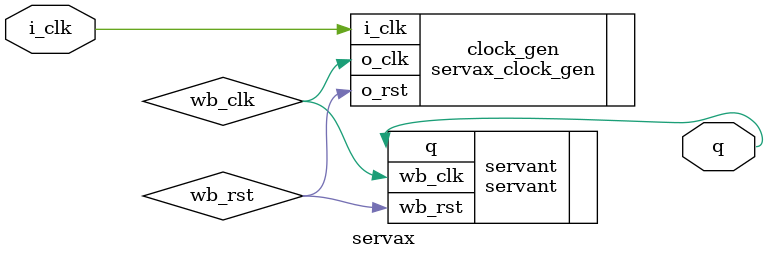
<source format=v>
`default_nettype none
module servax   // top level for nexys 2 (Xilinx's Spartan-3E based) target board
(
 input wire  i_clk,
 output wire q);

   parameter memfile = "zephyr_hello.hex";
   parameter memsize = 8192;
   parameter PLL = "NONE";

   wire      wb_clk;
   wire      wb_rst;

   servax_clock_gen
   clock_gen
     (.i_clk (i_clk),
      .o_clk (wb_clk),
      .o_rst (wb_rst));

   servant
     #(.memfile (memfile),
       .memsize (memsize))
   servant
     (.wb_clk (wb_clk),
      .wb_rst (wb_rst),
      .q      (q));

endmodule
</source>
